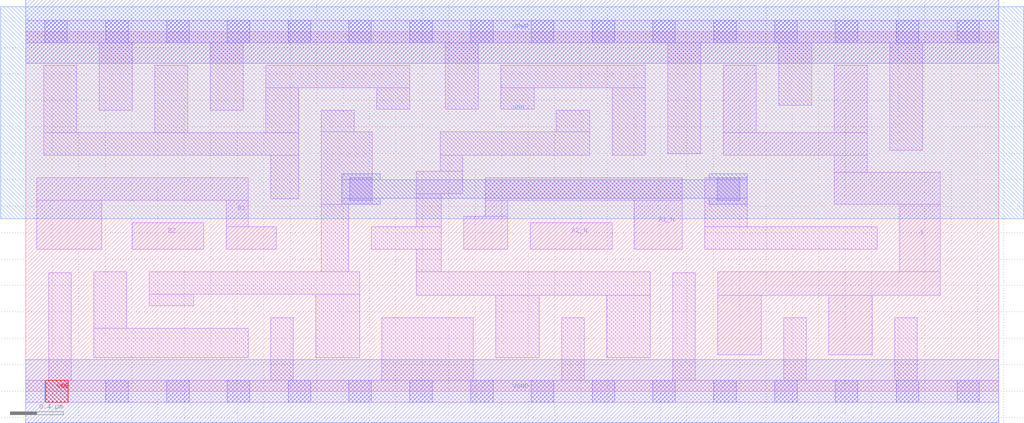
<source format=lef>
# Copyright 2020 The SkyWater PDK Authors
#
# Licensed under the Apache License, Version 2.0 (the "License");
# you may not use this file except in compliance with the License.
# You may obtain a copy of the License at
#
#     https://www.apache.org/licenses/LICENSE-2.0
#
# Unless required by applicable law or agreed to in writing, software
# distributed under the License is distributed on an "AS IS" BASIS,
# WITHOUT WARRANTIES OR CONDITIONS OF ANY KIND, either express or implied.
# See the License for the specific language governing permissions and
# limitations under the License.
#
# SPDX-License-Identifier: Apache-2.0

VERSION 5.7 ;
  NOWIREEXTENSIONATPIN ON ;
  DIVIDERCHAR "/" ;
  BUSBITCHARS "[]" ;
MACRO sky130_fd_sc_hd__a2bb2o_4
  CLASS CORE ;
  FOREIGN sky130_fd_sc_hd__a2bb2o_4 ;
  ORIGIN  0.000000  0.000000 ;
  SIZE  7.360000 BY  2.720000 ;
  SYMMETRY X Y R90 ;
  SITE unithd ;
  PIN A1_N
    ANTENNAGATEAREA  0.495000 ;
    DIRECTION INPUT ;
    USE SIGNAL ;
    PORT
      LAYER li1 ;
        RECT 3.315000 1.075000 3.645000 1.325000 ;
        RECT 3.475000 1.325000 3.645000 1.445000 ;
        RECT 3.475000 1.445000 4.965000 1.615000 ;
        RECT 4.605000 1.075000 4.965000 1.445000 ;
    END
  END A1_N
  PIN A2_N
    ANTENNAGATEAREA  0.495000 ;
    DIRECTION INPUT ;
    USE SIGNAL ;
    PORT
      LAYER li1 ;
        RECT 3.815000 1.075000 4.435000 1.275000 ;
    END
  END A2_N
  PIN B1
    ANTENNAGATEAREA  0.495000 ;
    DIRECTION INPUT ;
    USE SIGNAL ;
    PORT
      LAYER li1 ;
        RECT 0.085000 1.075000 0.575000 1.445000 ;
        RECT 0.085000 1.445000 1.685000 1.615000 ;
        RECT 1.515000 1.075000 1.895000 1.245000 ;
        RECT 1.515000 1.245000 1.685000 1.445000 ;
    END
  END B1
  PIN B2
    ANTENNAGATEAREA  0.495000 ;
    DIRECTION INPUT ;
    USE SIGNAL ;
    PORT
      LAYER li1 ;
        RECT 0.805000 1.075000 1.345000 1.275000 ;
    END
  END B2
  PIN X
    ANTENNADIFFAREA  0.891000 ;
    DIRECTION OUTPUT ;
    USE SIGNAL ;
    PORT
      LAYER li1 ;
        RECT 5.235000 0.275000 5.565000 0.725000 ;
        RECT 5.235000 0.725000 6.920000 0.905000 ;
        RECT 5.275000 1.785000 6.365000 1.955000 ;
        RECT 5.275000 1.955000 5.525000 2.465000 ;
        RECT 6.075000 0.275000 6.405000 0.725000 ;
        RECT 6.115000 1.415000 6.920000 1.655000 ;
        RECT 6.115000 1.655000 6.365000 1.785000 ;
        RECT 6.115000 1.955000 6.365000 2.465000 ;
        RECT 6.610000 0.905000 6.920000 1.415000 ;
    END
  END X
  PIN VGND
    DIRECTION INOUT ;
    SHAPE ABUTMENT ;
    USE GROUND ;
    PORT
      LAYER met1 ;
        RECT 0.000000 -0.240000 7.360000 0.240000 ;
    END
  END VGND
  PIN VNB
    DIRECTION INOUT ;
    USE GROUND ;
    PORT
      LAYER pwell ;
        RECT 0.150000 -0.085000 0.320000 0.085000 ;
    END
  END VNB
  PIN VPB
    DIRECTION INOUT ;
    USE POWER ;
    PORT
      LAYER nwell ;
        RECT -0.190000 1.305000 7.550000 2.910000 ;
    END
  END VPB
  PIN VPWR
    DIRECTION INOUT ;
    SHAPE ABUTMENT ;
    USE POWER ;
    PORT
      LAYER met1 ;
        RECT 0.000000 2.480000 7.360000 2.960000 ;
    END
  END VPWR
  OBS
    LAYER li1 ;
      RECT 0.000000 -0.085000 7.360000 0.085000 ;
      RECT 0.000000  2.635000 7.360000 2.805000 ;
      RECT 0.135000  1.785000 2.065000 1.955000 ;
      RECT 0.135000  1.955000 0.385000 2.465000 ;
      RECT 0.175000  0.085000 0.345000 0.895000 ;
      RECT 0.515000  0.255000 1.685000 0.475000 ;
      RECT 0.515000  0.475000 0.765000 0.905000 ;
      RECT 0.555000  2.125000 0.805000 2.635000 ;
      RECT 0.935000  0.645000 1.270000 0.735000 ;
      RECT 0.935000  0.735000 2.525000 0.905000 ;
      RECT 0.975000  1.955000 1.225000 2.465000 ;
      RECT 1.395000  2.125000 1.645000 2.635000 ;
      RECT 1.815000  1.955000 2.065000 2.295000 ;
      RECT 1.815000  2.295000 2.905000 2.465000 ;
      RECT 1.855000  0.085000 2.025000 0.555000 ;
      RECT 1.855000  1.455000 2.065000 1.785000 ;
      RECT 2.195000  0.255000 2.525000 0.735000 ;
      RECT 2.235000  0.905000 2.445000 1.415000 ;
      RECT 2.235000  1.415000 2.620000 1.965000 ;
      RECT 2.235000  1.965000 2.485000 2.125000 ;
      RECT 2.615000  1.075000 3.145000 1.245000 ;
      RECT 2.655000  2.135000 2.905000 2.295000 ;
      RECT 2.695000  0.085000 3.385000 0.555000 ;
      RECT 2.955000  0.725000 4.725000 0.905000 ;
      RECT 2.955000  0.905000 3.145000 1.075000 ;
      RECT 2.955000  1.245000 3.145000 1.495000 ;
      RECT 2.955000  1.495000 3.305000 1.665000 ;
      RECT 3.135000  1.665000 3.305000 1.785000 ;
      RECT 3.135000  1.785000 4.265000 1.965000 ;
      RECT 3.175000  2.135000 3.425000 2.635000 ;
      RECT 3.555000  0.255000 3.885000 0.725000 ;
      RECT 3.595000  2.135000 3.845000 2.295000 ;
      RECT 3.595000  2.295000 4.685000 2.465000 ;
      RECT 4.015000  1.965000 4.265000 2.125000 ;
      RECT 4.055000  0.085000 4.225000 0.555000 ;
      RECT 4.395000  0.255000 4.725000 0.725000 ;
      RECT 4.435000  1.785000 4.685000 2.295000 ;
      RECT 4.855000  1.795000 5.105000 2.635000 ;
      RECT 4.895000  0.085000 5.065000 0.895000 ;
      RECT 5.135000  1.075000 6.440000 1.245000 ;
      RECT 5.135000  1.245000 5.460000 1.615000 ;
      RECT 5.695000  2.165000 5.945000 2.635000 ;
      RECT 5.735000  0.085000 5.905000 0.555000 ;
      RECT 6.535000  1.825000 6.785000 2.635000 ;
      RECT 6.575000  0.085000 6.745000 0.555000 ;
    LAYER mcon ;
      RECT 0.145000 -0.085000 0.315000 0.085000 ;
      RECT 0.145000  2.635000 0.315000 2.805000 ;
      RECT 0.605000 -0.085000 0.775000 0.085000 ;
      RECT 0.605000  2.635000 0.775000 2.805000 ;
      RECT 1.065000 -0.085000 1.235000 0.085000 ;
      RECT 1.065000  2.635000 1.235000 2.805000 ;
      RECT 1.525000 -0.085000 1.695000 0.085000 ;
      RECT 1.525000  2.635000 1.695000 2.805000 ;
      RECT 1.985000 -0.085000 2.155000 0.085000 ;
      RECT 1.985000  2.635000 2.155000 2.805000 ;
      RECT 2.445000 -0.085000 2.615000 0.085000 ;
      RECT 2.445000  2.635000 2.615000 2.805000 ;
      RECT 2.450000  1.445000 2.620000 1.615000 ;
      RECT 2.905000 -0.085000 3.075000 0.085000 ;
      RECT 2.905000  2.635000 3.075000 2.805000 ;
      RECT 3.365000 -0.085000 3.535000 0.085000 ;
      RECT 3.365000  2.635000 3.535000 2.805000 ;
      RECT 3.825000 -0.085000 3.995000 0.085000 ;
      RECT 3.825000  2.635000 3.995000 2.805000 ;
      RECT 4.285000 -0.085000 4.455000 0.085000 ;
      RECT 4.285000  2.635000 4.455000 2.805000 ;
      RECT 4.745000 -0.085000 4.915000 0.085000 ;
      RECT 4.745000  2.635000 4.915000 2.805000 ;
      RECT 5.205000 -0.085000 5.375000 0.085000 ;
      RECT 5.205000  2.635000 5.375000 2.805000 ;
      RECT 5.230000  1.445000 5.400000 1.615000 ;
      RECT 5.665000 -0.085000 5.835000 0.085000 ;
      RECT 5.665000  2.635000 5.835000 2.805000 ;
      RECT 6.125000 -0.085000 6.295000 0.085000 ;
      RECT 6.125000  2.635000 6.295000 2.805000 ;
      RECT 6.585000 -0.085000 6.755000 0.085000 ;
      RECT 6.585000  2.635000 6.755000 2.805000 ;
      RECT 7.045000 -0.085000 7.215000 0.085000 ;
      RECT 7.045000  2.635000 7.215000 2.805000 ;
    LAYER met1 ;
      RECT 2.390000 1.415000 2.680000 1.460000 ;
      RECT 2.390000 1.460000 5.460000 1.600000 ;
      RECT 2.390000 1.600000 2.680000 1.645000 ;
      RECT 5.170000 1.415000 5.460000 1.460000 ;
      RECT 5.170000 1.600000 5.460000 1.645000 ;
  END
END sky130_fd_sc_hd__a2bb2o_4
END LIBRARY

</source>
